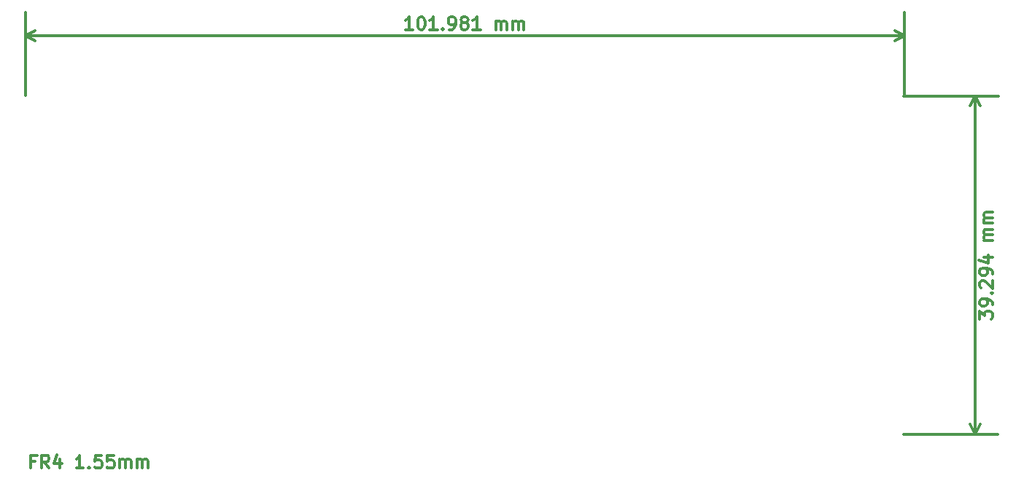
<source format=gbr>
G04 This is an RS-274x file exported by *
G04 gerbv version 2.5.0 *
G04 More information is available about gerbv at *
G04 http://gerbv.gpleda.org/ *
G04 --End of header info--*
%MOIN*%
%FSLAX23Y23*%
%IPPOS*%
G04 --Define apertures--*
%ADD10C,0.0059*%
%ADD11C,0.0118*%
%ADD12C,0.0118*%
G04 --Start main section--*
G54D12*
G01X03832Y-4893D02*
G01X03812Y-4893D01*
G01X03812Y-4924D02*
G01X03812Y-4865D01*
G01X03812Y-4865D02*
G01X03841Y-4865D01*
G01X03897Y-4924D02*
G01X03877Y-4895D01*
G01X03863Y-4924D02*
G01X03863Y-4865D01*
G01X03863Y-4865D02*
G01X03886Y-4865D01*
G01X03886Y-4865D02*
G01X03891Y-4867D01*
G01X03891Y-4867D02*
G01X03894Y-4870D01*
G01X03894Y-4870D02*
G01X03897Y-4876D01*
G01X03897Y-4876D02*
G01X03897Y-4884D01*
G01X03897Y-4884D02*
G01X03894Y-4890D01*
G01X03894Y-4890D02*
G01X03891Y-4893D01*
G01X03891Y-4893D02*
G01X03886Y-4895D01*
G01X03886Y-4895D02*
G01X03863Y-4895D01*
G01X03947Y-4884D02*
G01X03947Y-4924D01*
G01X03933Y-4862D02*
G01X03919Y-4904D01*
G01X03919Y-4904D02*
G01X03956Y-4904D01*
G01X04054Y-4924D02*
G01X04021Y-4924D01*
G01X04037Y-4924D02*
G01X04037Y-4865D01*
G01X04037Y-4865D02*
G01X04032Y-4873D01*
G01X04032Y-4873D02*
G01X04026Y-4879D01*
G01X04026Y-4879D02*
G01X04021Y-4881D01*
G01X04080Y-4918D02*
G01X04082Y-4921D01*
G01X04082Y-4921D02*
G01X04080Y-4924D01*
G01X04080Y-4924D02*
G01X04077Y-4921D01*
G01X04077Y-4921D02*
G01X04080Y-4918D01*
G01X04080Y-4918D02*
G01X04080Y-4924D01*
G01X04136Y-4865D02*
G01X04108Y-4865D01*
G01X04108Y-4865D02*
G01X04105Y-4893D01*
G01X04105Y-4893D02*
G01X04108Y-4890D01*
G01X04108Y-4890D02*
G01X04113Y-4887D01*
G01X04113Y-4887D02*
G01X04127Y-4887D01*
G01X04127Y-4887D02*
G01X04133Y-4890D01*
G01X04133Y-4890D02*
G01X04136Y-4893D01*
G01X04136Y-4893D02*
G01X04139Y-4898D01*
G01X04139Y-4898D02*
G01X04139Y-4912D01*
G01X04139Y-4912D02*
G01X04136Y-4918D01*
G01X04136Y-4918D02*
G01X04133Y-4921D01*
G01X04133Y-4921D02*
G01X04127Y-4924D01*
G01X04127Y-4924D02*
G01X04113Y-4924D01*
G01X04113Y-4924D02*
G01X04108Y-4921D01*
G01X04108Y-4921D02*
G01X04105Y-4918D01*
G01X04192Y-4865D02*
G01X04164Y-4865D01*
G01X04164Y-4865D02*
G01X04161Y-4893D01*
G01X04161Y-4893D02*
G01X04164Y-4890D01*
G01X04164Y-4890D02*
G01X04170Y-4887D01*
G01X04170Y-4887D02*
G01X04184Y-4887D01*
G01X04184Y-4887D02*
G01X04189Y-4890D01*
G01X04189Y-4890D02*
G01X04192Y-4893D01*
G01X04192Y-4893D02*
G01X04195Y-4898D01*
G01X04195Y-4898D02*
G01X04195Y-4912D01*
G01X04195Y-4912D02*
G01X04192Y-4918D01*
G01X04192Y-4918D02*
G01X04189Y-4921D01*
G01X04189Y-4921D02*
G01X04184Y-4924D01*
G01X04184Y-4924D02*
G01X04170Y-4924D01*
G01X04170Y-4924D02*
G01X04164Y-4921D01*
G01X04164Y-4921D02*
G01X04161Y-4918D01*
G01X04220Y-4924D02*
G01X04220Y-4884D01*
G01X04220Y-4890D02*
G01X04223Y-4887D01*
G01X04223Y-4887D02*
G01X04229Y-4884D01*
G01X04229Y-4884D02*
G01X04237Y-4884D01*
G01X04237Y-4884D02*
G01X04243Y-4887D01*
G01X04243Y-4887D02*
G01X04246Y-4893D01*
G01X04246Y-4893D02*
G01X04246Y-4924D01*
G01X04246Y-4893D02*
G01X04248Y-4887D01*
G01X04248Y-4887D02*
G01X04254Y-4884D01*
G01X04254Y-4884D02*
G01X04262Y-4884D01*
G01X04262Y-4884D02*
G01X04268Y-4887D01*
G01X04268Y-4887D02*
G01X04271Y-4893D01*
G01X04271Y-4893D02*
G01X04271Y-4924D01*
G01X04299Y-4924D02*
G01X04299Y-4884D01*
G01X04299Y-4890D02*
G01X04302Y-4887D01*
G01X04302Y-4887D02*
G01X04307Y-4884D01*
G01X04307Y-4884D02*
G01X04316Y-4884D01*
G01X04316Y-4884D02*
G01X04321Y-4887D01*
G01X04321Y-4887D02*
G01X04324Y-4893D01*
G01X04324Y-4893D02*
G01X04324Y-4924D01*
G01X04324Y-4893D02*
G01X04327Y-4887D01*
G01X04327Y-4887D02*
G01X04333Y-4884D01*
G01X04333Y-4884D02*
G01X04341Y-4884D01*
G01X04341Y-4884D02*
G01X04347Y-4887D01*
G01X04347Y-4887D02*
G01X04350Y-4893D01*
G01X04350Y-4893D02*
G01X04350Y-4924D01*
G01X08149Y-4242D02*
G01X08149Y-4206D01*
G01X08149Y-4206D02*
G01X08172Y-4225D01*
G01X08172Y-4225D02*
G01X08172Y-4217D01*
G01X08172Y-4217D02*
G01X08174Y-4211D01*
G01X08174Y-4211D02*
G01X08177Y-4208D01*
G01X08177Y-4208D02*
G01X08183Y-4206D01*
G01X08183Y-4206D02*
G01X08197Y-4206D01*
G01X08197Y-4206D02*
G01X08203Y-4208D01*
G01X08203Y-4208D02*
G01X08205Y-4211D01*
G01X08205Y-4211D02*
G01X08208Y-4217D01*
G01X08208Y-4217D02*
G01X08208Y-4234D01*
G01X08208Y-4234D02*
G01X08205Y-4239D01*
G01X08205Y-4239D02*
G01X08203Y-4242D01*
G01X08208Y-4177D02*
G01X08208Y-4166D01*
G01X08208Y-4166D02*
G01X08205Y-4161D01*
G01X08205Y-4161D02*
G01X08203Y-4158D01*
G01X08203Y-4158D02*
G01X08194Y-4152D01*
G01X08194Y-4152D02*
G01X08183Y-4149D01*
G01X08183Y-4149D02*
G01X08160Y-4149D01*
G01X08160Y-4149D02*
G01X08155Y-4152D01*
G01X08155Y-4152D02*
G01X08152Y-4155D01*
G01X08152Y-4155D02*
G01X08149Y-4161D01*
G01X08149Y-4161D02*
G01X08149Y-4172D01*
G01X08149Y-4172D02*
G01X08152Y-4177D01*
G01X08152Y-4177D02*
G01X08155Y-4180D01*
G01X08155Y-4180D02*
G01X08160Y-4183D01*
G01X08160Y-4183D02*
G01X08174Y-4183D01*
G01X08174Y-4183D02*
G01X08180Y-4180D01*
G01X08180Y-4180D02*
G01X08183Y-4177D01*
G01X08183Y-4177D02*
G01X08186Y-4172D01*
G01X08186Y-4172D02*
G01X08186Y-4161D01*
G01X08186Y-4161D02*
G01X08183Y-4155D01*
G01X08183Y-4155D02*
G01X08180Y-4152D01*
G01X08180Y-4152D02*
G01X08174Y-4149D01*
G01X08203Y-4124D02*
G01X08205Y-4121D01*
G01X08205Y-4121D02*
G01X08208Y-4124D01*
G01X08208Y-4124D02*
G01X08205Y-4127D01*
G01X08205Y-4127D02*
G01X08203Y-4124D01*
G01X08203Y-4124D02*
G01X08208Y-4124D01*
G01X08155Y-4099D02*
G01X08152Y-4096D01*
G01X08152Y-4096D02*
G01X08149Y-4090D01*
G01X08149Y-4090D02*
G01X08149Y-4076D01*
G01X08149Y-4076D02*
G01X08152Y-4071D01*
G01X08152Y-4071D02*
G01X08155Y-4068D01*
G01X08155Y-4068D02*
G01X08160Y-4065D01*
G01X08160Y-4065D02*
G01X08166Y-4065D01*
G01X08166Y-4065D02*
G01X08175Y-4068D01*
G01X08175Y-4068D02*
G01X08208Y-4102D01*
G01X08208Y-4102D02*
G01X08208Y-4065D01*
G01X08208Y-4037D02*
G01X08208Y-4026D01*
G01X08208Y-4026D02*
G01X08206Y-4020D01*
G01X08206Y-4020D02*
G01X08203Y-4017D01*
G01X08203Y-4017D02*
G01X08194Y-4012D01*
G01X08194Y-4012D02*
G01X08183Y-4009D01*
G01X08183Y-4009D02*
G01X08161Y-4009D01*
G01X08161Y-4009D02*
G01X08155Y-4012D01*
G01X08155Y-4012D02*
G01X08152Y-4014D01*
G01X08152Y-4014D02*
G01X08149Y-4020D01*
G01X08149Y-4020D02*
G01X08149Y-4031D01*
G01X08149Y-4031D02*
G01X08152Y-4037D01*
G01X08152Y-4037D02*
G01X08155Y-4040D01*
G01X08155Y-4040D02*
G01X08160Y-4043D01*
G01X08160Y-4043D02*
G01X08175Y-4043D01*
G01X08175Y-4043D02*
G01X08180Y-4040D01*
G01X08180Y-4040D02*
G01X08183Y-4037D01*
G01X08183Y-4037D02*
G01X08186Y-4031D01*
G01X08186Y-4031D02*
G01X08186Y-4020D01*
G01X08186Y-4020D02*
G01X08183Y-4014D01*
G01X08183Y-4014D02*
G01X08180Y-4012D01*
G01X08180Y-4012D02*
G01X08175Y-4009D01*
G01X08169Y-3958D02*
G01X08208Y-3958D01*
G01X08146Y-3972D02*
G01X08189Y-3986D01*
G01X08189Y-3986D02*
G01X08189Y-3950D01*
G01X08208Y-3882D02*
G01X08169Y-3882D01*
G01X08175Y-3882D02*
G01X08172Y-3879D01*
G01X08172Y-3879D02*
G01X08169Y-3874D01*
G01X08169Y-3874D02*
G01X08169Y-3865D01*
G01X08169Y-3865D02*
G01X08172Y-3860D01*
G01X08172Y-3860D02*
G01X08177Y-3857D01*
G01X08177Y-3857D02*
G01X08208Y-3857D01*
G01X08177Y-3857D02*
G01X08172Y-3854D01*
G01X08172Y-3854D02*
G01X08169Y-3848D01*
G01X08169Y-3848D02*
G01X08169Y-3840D01*
G01X08169Y-3840D02*
G01X08172Y-3834D01*
G01X08172Y-3834D02*
G01X08178Y-3832D01*
G01X08178Y-3832D02*
G01X08208Y-3832D01*
G01X08208Y-3803D02*
G01X08169Y-3803D01*
G01X08175Y-3803D02*
G01X08172Y-3801D01*
G01X08172Y-3801D02*
G01X08169Y-3795D01*
G01X08169Y-3795D02*
G01X08169Y-3787D01*
G01X08169Y-3787D02*
G01X08172Y-3781D01*
G01X08172Y-3781D02*
G01X08178Y-3778D01*
G01X08178Y-3778D02*
G01X08208Y-3778D01*
G01X08178Y-3778D02*
G01X08172Y-3775D01*
G01X08172Y-3775D02*
G01X08169Y-3770D01*
G01X08169Y-3770D02*
G01X08169Y-3761D01*
G01X08169Y-3761D02*
G01X08172Y-3756D01*
G01X08172Y-3756D02*
G01X08178Y-3753D01*
G01X08178Y-3753D02*
G01X08208Y-3753D01*
G01X08129Y-3221D02*
G01X08128Y-4768D01*
G01X07804Y-3221D02*
G01X08235Y-3221D01*
G01X07803Y-4768D02*
G01X08234Y-4768D01*
G01X08128Y-4768D02*
G01X08105Y-4724D01*
G01X08128Y-4768D02*
G01X08151Y-4724D01*
G01X08129Y-3221D02*
G01X08106Y-3265D01*
G01X08129Y-3221D02*
G01X08152Y-3265D01*
G01X05558Y-2918D02*
G01X05525Y-2918D01*
G01X05542Y-2918D02*
G01X05542Y-2859D01*
G01X05542Y-2859D02*
G01X05536Y-2868D01*
G01X05536Y-2868D02*
G01X05530Y-2873D01*
G01X05530Y-2873D02*
G01X05525Y-2876D01*
G01X05595Y-2859D02*
G01X05601Y-2859D01*
G01X05601Y-2859D02*
G01X05606Y-2862D01*
G01X05606Y-2862D02*
G01X05609Y-2865D01*
G01X05609Y-2865D02*
G01X05612Y-2871D01*
G01X05612Y-2871D02*
G01X05615Y-2882D01*
G01X05615Y-2882D02*
G01X05615Y-2896D01*
G01X05615Y-2896D02*
G01X05612Y-2907D01*
G01X05612Y-2907D02*
G01X05609Y-2913D01*
G01X05609Y-2913D02*
G01X05606Y-2916D01*
G01X05606Y-2916D02*
G01X05601Y-2918D01*
G01X05601Y-2918D02*
G01X05595Y-2918D01*
G01X05595Y-2918D02*
G01X05589Y-2916D01*
G01X05589Y-2916D02*
G01X05587Y-2913D01*
G01X05587Y-2913D02*
G01X05584Y-2907D01*
G01X05584Y-2907D02*
G01X05581Y-2896D01*
G01X05581Y-2896D02*
G01X05581Y-2882D01*
G01X05581Y-2882D02*
G01X05584Y-2871D01*
G01X05584Y-2871D02*
G01X05587Y-2865D01*
G01X05587Y-2865D02*
G01X05589Y-2862D01*
G01X05589Y-2862D02*
G01X05595Y-2859D01*
G01X05671Y-2918D02*
G01X05637Y-2918D01*
G01X05654Y-2918D02*
G01X05654Y-2859D01*
G01X05654Y-2859D02*
G01X05648Y-2868D01*
G01X05648Y-2868D02*
G01X05643Y-2873D01*
G01X05643Y-2873D02*
G01X05637Y-2876D01*
G01X05696Y-2913D02*
G01X05699Y-2916D01*
G01X05699Y-2916D02*
G01X05696Y-2918D01*
G01X05696Y-2918D02*
G01X05693Y-2916D01*
G01X05693Y-2916D02*
G01X05696Y-2913D01*
G01X05696Y-2913D02*
G01X05696Y-2918D01*
G01X05727Y-2918D02*
G01X05738Y-2918D01*
G01X05738Y-2918D02*
G01X05744Y-2916D01*
G01X05744Y-2916D02*
G01X05747Y-2913D01*
G01X05747Y-2913D02*
G01X05753Y-2904D01*
G01X05753Y-2904D02*
G01X05755Y-2893D01*
G01X05755Y-2893D02*
G01X05755Y-2871D01*
G01X05755Y-2871D02*
G01X05753Y-2865D01*
G01X05753Y-2865D02*
G01X05750Y-2862D01*
G01X05750Y-2862D02*
G01X05744Y-2859D01*
G01X05744Y-2859D02*
G01X05733Y-2859D01*
G01X05733Y-2859D02*
G01X05727Y-2862D01*
G01X05727Y-2862D02*
G01X05724Y-2865D01*
G01X05724Y-2865D02*
G01X05722Y-2871D01*
G01X05722Y-2871D02*
G01X05722Y-2885D01*
G01X05722Y-2885D02*
G01X05724Y-2890D01*
G01X05724Y-2890D02*
G01X05727Y-2893D01*
G01X05727Y-2893D02*
G01X05733Y-2896D01*
G01X05733Y-2896D02*
G01X05744Y-2896D01*
G01X05744Y-2896D02*
G01X05750Y-2893D01*
G01X05750Y-2893D02*
G01X05753Y-2890D01*
G01X05753Y-2890D02*
G01X05755Y-2885D01*
G01X05789Y-2885D02*
G01X05783Y-2882D01*
G01X05783Y-2882D02*
G01X05781Y-2879D01*
G01X05781Y-2879D02*
G01X05778Y-2873D01*
G01X05778Y-2873D02*
G01X05778Y-2871D01*
G01X05778Y-2871D02*
G01X05781Y-2865D01*
G01X05781Y-2865D02*
G01X05783Y-2862D01*
G01X05783Y-2862D02*
G01X05789Y-2859D01*
G01X05789Y-2859D02*
G01X05800Y-2859D01*
G01X05800Y-2859D02*
G01X05806Y-2862D01*
G01X05806Y-2862D02*
G01X05809Y-2865D01*
G01X05809Y-2865D02*
G01X05812Y-2871D01*
G01X05812Y-2871D02*
G01X05812Y-2873D01*
G01X05812Y-2873D02*
G01X05809Y-2879D01*
G01X05809Y-2879D02*
G01X05806Y-2882D01*
G01X05806Y-2882D02*
G01X05800Y-2885D01*
G01X05800Y-2885D02*
G01X05789Y-2885D01*
G01X05789Y-2885D02*
G01X05783Y-2888D01*
G01X05783Y-2888D02*
G01X05781Y-2890D01*
G01X05781Y-2890D02*
G01X05778Y-2896D01*
G01X05778Y-2896D02*
G01X05778Y-2907D01*
G01X05778Y-2907D02*
G01X05781Y-2913D01*
G01X05781Y-2913D02*
G01X05783Y-2916D01*
G01X05783Y-2916D02*
G01X05789Y-2918D01*
G01X05789Y-2918D02*
G01X05800Y-2918D01*
G01X05800Y-2918D02*
G01X05806Y-2916D01*
G01X05806Y-2916D02*
G01X05809Y-2913D01*
G01X05809Y-2913D02*
G01X05812Y-2907D01*
G01X05812Y-2907D02*
G01X05812Y-2896D01*
G01X05812Y-2896D02*
G01X05809Y-2890D01*
G01X05809Y-2890D02*
G01X05806Y-2888D01*
G01X05806Y-2888D02*
G01X05800Y-2885D01*
G01X05868Y-2918D02*
G01X05834Y-2918D01*
G01X05851Y-2918D02*
G01X05851Y-2859D01*
G01X05851Y-2859D02*
G01X05845Y-2868D01*
G01X05845Y-2868D02*
G01X05840Y-2873D01*
G01X05840Y-2873D02*
G01X05834Y-2876D01*
G01X05938Y-2918D02*
G01X05938Y-2879D01*
G01X05938Y-2885D02*
G01X05941Y-2882D01*
G01X05941Y-2882D02*
G01X05947Y-2879D01*
G01X05947Y-2879D02*
G01X05955Y-2879D01*
G01X05955Y-2879D02*
G01X05961Y-2882D01*
G01X05961Y-2882D02*
G01X05963Y-2888D01*
G01X05963Y-2888D02*
G01X05963Y-2918D01*
G01X05963Y-2888D02*
G01X05966Y-2882D01*
G01X05966Y-2882D02*
G01X05972Y-2879D01*
G01X05972Y-2879D02*
G01X05980Y-2879D01*
G01X05980Y-2879D02*
G01X05986Y-2882D01*
G01X05986Y-2882D02*
G01X05989Y-2888D01*
G01X05989Y-2888D02*
G01X05989Y-2918D01*
G01X06017Y-2918D02*
G01X06017Y-2879D01*
G01X06017Y-2885D02*
G01X06020Y-2882D01*
G01X06020Y-2882D02*
G01X06025Y-2879D01*
G01X06025Y-2879D02*
G01X06034Y-2879D01*
G01X06034Y-2879D02*
G01X06039Y-2882D01*
G01X06039Y-2882D02*
G01X06042Y-2888D01*
G01X06042Y-2888D02*
G01X06042Y-2918D01*
G01X06042Y-2888D02*
G01X06045Y-2882D01*
G01X06045Y-2882D02*
G01X06051Y-2879D01*
G01X06051Y-2879D02*
G01X06059Y-2879D01*
G01X06059Y-2879D02*
G01X06065Y-2882D01*
G01X06065Y-2882D02*
G01X06067Y-2888D01*
G01X06067Y-2888D02*
G01X06067Y-2918D01*
G01X03790Y-2945D02*
G01X07805Y-2945D01*
G01X03790Y-3220D02*
G01X03790Y-2839D01*
G01X07805Y-3220D02*
G01X07805Y-2839D01*
G01X07805Y-2945D02*
G01X07761Y-2968D01*
G01X07805Y-2945D02*
G01X07761Y-2922D01*
G01X03790Y-2945D02*
G01X03834Y-2968D01*
G01X03790Y-2945D02*
G01X03834Y-2922D01*
M02*

</source>
